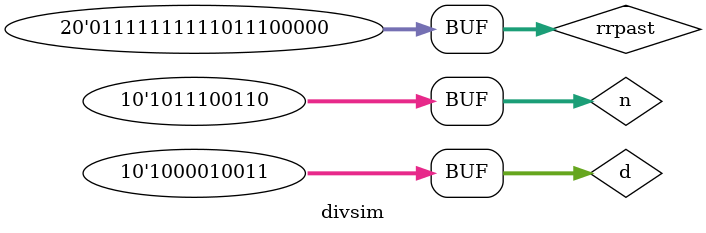
<source format=v>
module divsim();
	wire [9:0] n ,d,qq;
	wire [19:0] rrpast,   rr;
	// restriction: n[19 -:10] < d
   //1000000000_0111000110 <- 524,742
   assign rrpast= 19'b 1111111111011100000; //524,000
	assign n = 10'b 1011100110;//742
	assign d = 10'b 1000010011;
	divider10a va( rrpast,n,d, qq,rr );

	initial begin
		$monitor($stime, " n=%b d=%b qq=%b rr=%b", n,d, qq,rr);
	end
endmodule
</source>
